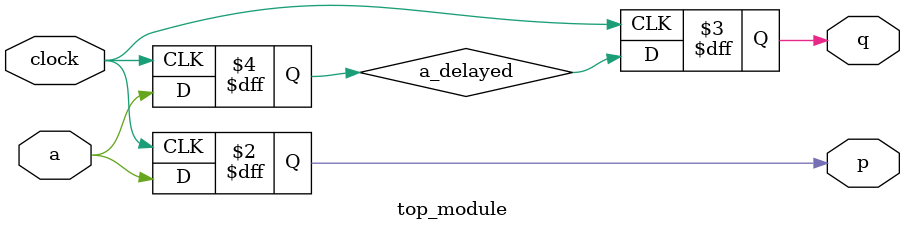
<source format=sv>
module top_module (
    input clock,
    input a, 
    output reg p,
    output reg q
);

    reg a_delayed;

    always @(posedge clock) begin
        p <= a;
        q <= a_delayed;
        a_delayed <= a;
    end
endmodule

</source>
